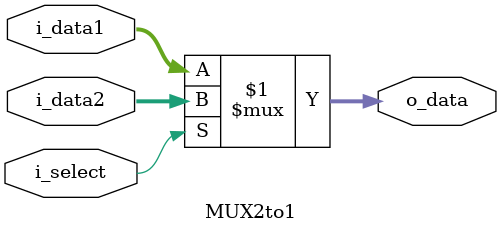
<source format=v>
module MUX2to1 #(
    parameter d_width = 32
)
(
    input [d_width -1 : 0] i_data1,
    input [d_width -1 : 0] i_data2,
    input i_select,
    output [d_width -1 : 0] o_data
);

assign o_data = (i_select) ? i_data2 : i_data1;

endmodule
</source>
